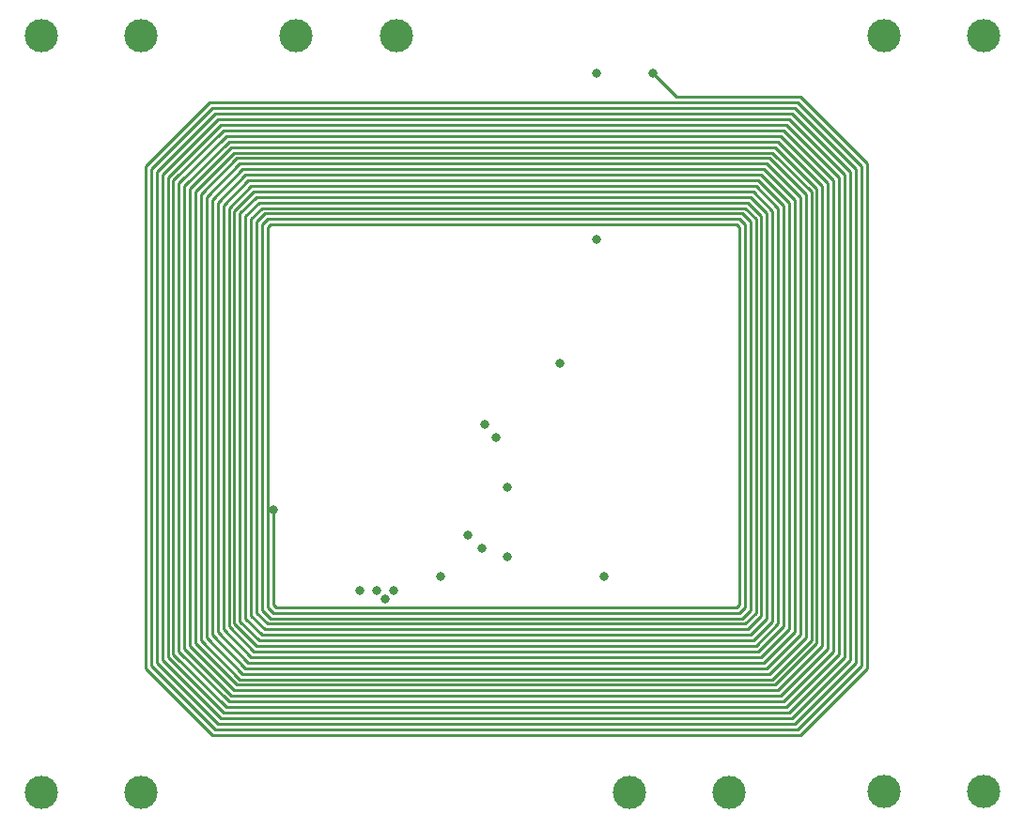
<source format=gbr>
%TF.GenerationSoftware,KiCad,Pcbnew,(5.1.10)-1*%
%TF.CreationDate,2022-05-08T17:14:08-07:00*%
%TF.ProjectId,solar-panel-side-Z,736f6c61-722d-4706-916e-656c2d736964,1.0*%
%TF.SameCoordinates,Original*%
%TF.FileFunction,Copper,L2,Inr*%
%TF.FilePolarity,Positive*%
%FSLAX46Y46*%
G04 Gerber Fmt 4.6, Leading zero omitted, Abs format (unit mm)*
G04 Created by KiCad (PCBNEW (5.1.10)-1) date 2022-05-08 17:14:08*
%MOMM*%
%LPD*%
G01*
G04 APERTURE LIST*
%TA.AperFunction,ComponentPad*%
%ADD10C,3.000000*%
%TD*%
%TA.AperFunction,ViaPad*%
%ADD11C,0.800000*%
%TD*%
%TA.AperFunction,Conductor*%
%ADD12C,0.250000*%
%TD*%
G04 APERTURE END LIST*
D10*
%TO.N,Net-(SC5-Pad2)*%
%TO.C,SC5*%
X191952000Y-51008000D03*
%TO.N,Net-(D3-Pad2)*%
X182952000Y-51008000D03*
%TD*%
%TO.N,Net-(SC3-Pad2)*%
%TO.C,SC4*%
X169000000Y-119250000D03*
%TO.N,GND*%
X160000000Y-119250000D03*
%TD*%
%TO.N,Net-(SC5-Pad2)*%
%TO.C,SC6*%
X191952000Y-119172000D03*
%TO.N,GND*%
X182952000Y-119172000D03*
%TD*%
%TO.N,Net-(D2-Pad2)*%
%TO.C,SC3*%
X130000000Y-51000000D03*
%TO.N,Net-(SC3-Pad2)*%
X139000000Y-51000000D03*
%TD*%
%TO.N,GND*%
%TO.C,SC2*%
X107006000Y-119250000D03*
%TO.N,Net-(SC1-Pad2)*%
X116006000Y-119250000D03*
%TD*%
%TO.N,Net-(SC1-Pad2)*%
%TO.C,SC1*%
X116006000Y-51008000D03*
%TO.N,Net-(D1-Pad2)*%
X107006000Y-51008000D03*
%TD*%
D11*
%TO.N,GND*%
X138000000Y-101750000D03*
X157110000Y-69390000D03*
X153750000Y-80500000D03*
%TO.N,+3V3*%
X138750000Y-101000000D03*
X149000000Y-97950010D03*
X149000000Y-91750000D03*
%TO.N,VSOLAR*%
X157750000Y-99750000D03*
X143000000Y-99750000D03*
%TO.N,SDA*%
X135750000Y-101000000D03*
X145500000Y-96000000D03*
X147000000Y-86000000D03*
%TO.N,SCL*%
X146750000Y-97250000D03*
X137250000Y-101000000D03*
X148000000Y-87250000D03*
%TO.N,Net-(U2-Pad6)*%
X162110000Y-54352000D03*
X157030000Y-54352000D03*
X127924000Y-93782000D03*
%TD*%
D12*
%TO.N,Net-(U2-Pad6)*%
X127424000Y-68282000D02*
X127674000Y-68032000D01*
X171924000Y-67282000D02*
X171924000Y-103282000D01*
X127424000Y-67532000D02*
X169924000Y-67532000D01*
X127674000Y-103532000D02*
X126924000Y-102782000D01*
X170424000Y-66532000D02*
X171424000Y-67532000D01*
X118424000Y-63782000D02*
X123174000Y-59032000D01*
X169674000Y-102532000D02*
X128174000Y-102532000D01*
X123924000Y-66532000D02*
X125924000Y-64532000D01*
X169674000Y-102532000D02*
X169924000Y-102282000D01*
X125424000Y-108032000D02*
X122424000Y-105032000D01*
X119424000Y-64282000D02*
X123674000Y-60032000D01*
X127924000Y-102282000D02*
X128174000Y-102532000D01*
X127674000Y-68032000D02*
X169674000Y-68032000D01*
X170174000Y-67032000D02*
X170924000Y-67782000D01*
X179424000Y-63532000D02*
X179424000Y-107032000D01*
X127424000Y-102532000D02*
X127424000Y-68282000D01*
X169924000Y-68282000D02*
X169924000Y-102282000D01*
X170924000Y-105032000D02*
X126924000Y-105032000D01*
X126424000Y-103032000D02*
X126424000Y-67782000D01*
X169674000Y-68032000D02*
X169924000Y-68282000D01*
X124424000Y-66782000D02*
X126174000Y-65032000D01*
X170174000Y-103532000D02*
X127674000Y-103532000D01*
X170924000Y-102782000D02*
X170174000Y-103532000D01*
X125924000Y-67532000D02*
X126924000Y-66532000D01*
X171424000Y-103032000D02*
X170424000Y-104032000D01*
X125424000Y-67282000D02*
X126674000Y-66032000D01*
X126674000Y-66032000D02*
X170674000Y-66032000D01*
X124924000Y-67032000D02*
X126424000Y-65532000D01*
X127174000Y-67032000D02*
X170174000Y-67032000D01*
X126174000Y-106532000D02*
X123924000Y-104282000D01*
X125424000Y-103532000D02*
X125424000Y-67282000D01*
X169924000Y-103032000D02*
X127924000Y-103032000D01*
X180924000Y-107782000D02*
X175174000Y-113532000D01*
X170924000Y-67782000D02*
X170924000Y-102782000D01*
X170424000Y-68032000D02*
X170424000Y-102532000D01*
X170424000Y-102532000D02*
X169924000Y-103032000D01*
X171424000Y-67532000D02*
X171424000Y-103032000D01*
X174424000Y-112032000D02*
X123424000Y-112032000D01*
X126424000Y-67782000D02*
X127174000Y-67032000D01*
X169924000Y-67532000D02*
X170424000Y-68032000D01*
X173924000Y-111032000D02*
X123924000Y-111032000D01*
X174924000Y-57532000D02*
X180424000Y-63032000D01*
X126424000Y-65532000D02*
X170924000Y-65532000D01*
X126924000Y-102782000D02*
X126924000Y-68032000D01*
X126924000Y-68032000D02*
X127424000Y-67532000D01*
X127924000Y-103032000D02*
X127424000Y-102532000D01*
X171924000Y-103282000D02*
X170674000Y-104532000D01*
X127424000Y-104032000D02*
X126424000Y-103032000D01*
X175174000Y-57032000D02*
X180924000Y-62782000D01*
X170424000Y-104032000D02*
X127424000Y-104032000D01*
X173174000Y-109532000D02*
X124674000Y-109532000D01*
X172424000Y-103532000D02*
X170924000Y-105032000D01*
X122424000Y-105032000D02*
X122424000Y-65782000D01*
X123424000Y-59532000D02*
X173924000Y-59532000D01*
X126674000Y-105532000D02*
X124924000Y-103782000D01*
X171174000Y-65032000D02*
X172924000Y-66782000D01*
X178424000Y-106532000D02*
X173924000Y-111032000D01*
X119924000Y-106282000D02*
X119924000Y-64532000D01*
X171174000Y-105532000D02*
X126674000Y-105532000D01*
X123674000Y-111532000D02*
X118924000Y-106782000D01*
X171924000Y-107032000D02*
X125924000Y-107032000D01*
X125424000Y-63532000D02*
X171924000Y-63532000D01*
X122424000Y-65782000D02*
X125174000Y-63032000D01*
X123424000Y-104532000D02*
X123424000Y-66282000D01*
X171924000Y-63532000D02*
X174424000Y-66032000D01*
X170924000Y-65532000D02*
X172424000Y-67032000D01*
X178424000Y-64032000D02*
X178424000Y-106532000D01*
X124174000Y-110532000D02*
X119924000Y-106282000D01*
X119924000Y-64532000D02*
X123924000Y-60532000D01*
X126424000Y-106032000D02*
X124424000Y-104032000D01*
X173924000Y-59532000D02*
X178424000Y-64032000D01*
X117924000Y-63532000D02*
X122924000Y-58532000D01*
X173424000Y-66532000D02*
X173424000Y-104032000D01*
X118924000Y-106782000D02*
X118924000Y-64032000D01*
X123174000Y-59032000D02*
X174174000Y-59032000D01*
X180424000Y-63032000D02*
X180424000Y-107532000D01*
X174174000Y-111532000D02*
X123674000Y-111532000D01*
X178924000Y-63782000D02*
X178924000Y-106782000D01*
X172424000Y-67032000D02*
X172424000Y-103532000D01*
X123924000Y-111032000D02*
X119424000Y-106532000D01*
X174424000Y-58532000D02*
X179424000Y-63532000D01*
X170674000Y-104532000D02*
X127174000Y-104532000D01*
X126174000Y-65032000D02*
X171174000Y-65032000D01*
X122924000Y-58532000D02*
X174424000Y-58532000D01*
X117924000Y-107282000D02*
X117924000Y-63532000D01*
X171424000Y-106032000D02*
X126424000Y-106032000D01*
X172924000Y-66782000D02*
X172924000Y-103782000D01*
X126924000Y-105032000D02*
X125424000Y-103532000D01*
X123174000Y-112532000D02*
X117924000Y-107282000D01*
X179424000Y-107032000D02*
X174424000Y-112032000D01*
X122424000Y-114032000D02*
X116424000Y-108032000D01*
X181424000Y-108032000D02*
X175424000Y-114032000D01*
X174924000Y-113032000D02*
X122924000Y-113032000D01*
X173424000Y-104032000D02*
X171424000Y-106032000D01*
X125924000Y-103282000D02*
X125924000Y-67532000D01*
X124924000Y-103782000D02*
X124924000Y-67032000D01*
X123924000Y-104282000D02*
X123924000Y-66532000D01*
X118424000Y-107032000D02*
X118424000Y-63782000D01*
X174674000Y-112532000D02*
X123174000Y-112532000D01*
X172424000Y-108032000D02*
X125424000Y-108032000D01*
X117424000Y-107532000D02*
X117424000Y-63282000D01*
X122424000Y-57532000D02*
X174924000Y-57532000D01*
X174174000Y-59032000D02*
X178924000Y-63782000D01*
X173924000Y-104282000D02*
X171674000Y-106532000D01*
X127174000Y-104532000D02*
X125924000Y-103282000D01*
X172924000Y-103782000D02*
X171174000Y-105532000D01*
X178924000Y-106782000D02*
X174174000Y-111532000D01*
X180924000Y-62782000D02*
X180924000Y-107782000D01*
X173674000Y-110532000D02*
X124174000Y-110532000D01*
X125924000Y-64532000D02*
X171424000Y-64532000D01*
X123674000Y-60032000D02*
X173674000Y-60032000D01*
X118924000Y-64032000D02*
X123424000Y-59532000D01*
X170674000Y-66032000D02*
X171924000Y-67282000D01*
X177924000Y-64282000D02*
X177924000Y-106282000D01*
X125674000Y-64032000D02*
X171674000Y-64032000D01*
X122924000Y-66032000D02*
X125424000Y-63532000D01*
X124174000Y-61032000D02*
X173174000Y-61032000D01*
X116924000Y-107782000D02*
X116924000Y-63032000D01*
X175424000Y-56532000D02*
X181424000Y-62532000D01*
X120424000Y-64782000D02*
X124174000Y-61032000D01*
X125674000Y-107532000D02*
X122924000Y-104782000D01*
X122674000Y-58032000D02*
X174674000Y-58032000D01*
X122924000Y-113032000D02*
X117424000Y-107532000D01*
X173424000Y-60532000D02*
X177424000Y-64532000D01*
X175424000Y-105032000D02*
X172424000Y-108032000D01*
X172924000Y-109032000D02*
X124924000Y-109032000D01*
X124924000Y-62532000D02*
X172424000Y-62532000D01*
X177424000Y-64532000D02*
X177424000Y-106032000D01*
X174924000Y-104782000D02*
X172174000Y-107532000D01*
X172174000Y-63032000D02*
X174924000Y-65782000D01*
X174424000Y-66032000D02*
X174424000Y-104532000D01*
X122674000Y-113532000D02*
X116924000Y-107782000D01*
X175424000Y-65532000D02*
X175424000Y-105032000D01*
X121424000Y-105532000D02*
X121424000Y-65282000D01*
X171674000Y-64032000D02*
X173924000Y-66282000D01*
X173174000Y-61032000D02*
X176924000Y-64782000D01*
X175174000Y-113532000D02*
X122674000Y-113532000D01*
X180424000Y-107532000D02*
X174924000Y-113032000D01*
X172174000Y-107532000D02*
X125674000Y-107532000D01*
X175924000Y-105282000D02*
X172674000Y-108532000D01*
X172924000Y-61532000D02*
X176424000Y-65032000D01*
X172424000Y-62532000D02*
X175424000Y-65532000D01*
X173674000Y-60032000D02*
X177924000Y-64282000D01*
X121424000Y-65282000D02*
X124674000Y-62032000D01*
X119424000Y-106532000D02*
X119424000Y-64282000D01*
X124424000Y-104032000D02*
X124424000Y-66782000D01*
X179924000Y-63282000D02*
X179924000Y-107282000D01*
X171674000Y-106532000D02*
X126174000Y-106532000D01*
X174424000Y-104532000D02*
X171924000Y-107032000D01*
X116924000Y-63032000D02*
X122424000Y-57532000D01*
X123424000Y-66282000D02*
X125674000Y-64032000D01*
X175924000Y-65282000D02*
X175924000Y-105282000D01*
X122174000Y-57032000D02*
X175174000Y-57032000D01*
X124424000Y-61532000D02*
X172924000Y-61532000D01*
X174674000Y-58032000D02*
X179924000Y-63282000D01*
X173424000Y-110032000D02*
X124424000Y-110032000D01*
X176424000Y-105532000D02*
X172924000Y-109032000D01*
X171424000Y-64532000D02*
X173424000Y-66532000D01*
X120424000Y-106032000D02*
X120424000Y-64782000D01*
X120924000Y-105782000D02*
X120924000Y-65032000D01*
X176924000Y-105782000D02*
X173174000Y-109532000D01*
X116424000Y-62782000D02*
X122174000Y-57032000D01*
X121924000Y-65532000D02*
X124924000Y-62532000D01*
X177424000Y-106032000D02*
X173424000Y-110032000D01*
X125924000Y-107032000D02*
X123424000Y-104532000D01*
X121924000Y-105282000D02*
X121924000Y-65532000D01*
X116424000Y-108032000D02*
X116424000Y-62782000D01*
X123424000Y-112032000D02*
X118424000Y-107032000D01*
X177924000Y-106282000D02*
X173674000Y-110532000D01*
X176924000Y-64782000D02*
X176924000Y-105782000D01*
X124674000Y-109532000D02*
X120924000Y-105782000D01*
X124924000Y-109032000D02*
X121424000Y-105532000D01*
X181424000Y-62532000D02*
X181424000Y-108032000D01*
X124424000Y-110032000D02*
X120424000Y-106032000D01*
X120924000Y-65032000D02*
X124424000Y-61532000D01*
X172674000Y-62032000D02*
X175924000Y-65282000D01*
X172674000Y-108532000D02*
X125174000Y-108532000D01*
X126924000Y-66532000D02*
X170424000Y-66532000D01*
X179924000Y-107282000D02*
X174674000Y-112532000D01*
X124674000Y-62032000D02*
X172674000Y-62032000D01*
X175424000Y-114032000D02*
X122424000Y-114032000D01*
X125174000Y-63032000D02*
X172174000Y-63032000D01*
X123924000Y-60532000D02*
X173424000Y-60532000D01*
X117424000Y-63282000D02*
X122674000Y-58032000D01*
X176424000Y-65032000D02*
X176424000Y-105532000D01*
X174924000Y-65782000D02*
X174924000Y-104782000D01*
X173924000Y-66282000D02*
X173924000Y-104282000D01*
X122924000Y-104782000D02*
X122924000Y-66032000D01*
X127924000Y-102282000D02*
X127924000Y-93782000D01*
X125174000Y-108532000D02*
X121924000Y-105282000D01*
X164290000Y-56532000D02*
X162110000Y-54352000D01*
X166576000Y-56532000D02*
X164798000Y-56532000D01*
X175424000Y-56532000D02*
X166576000Y-56532000D01*
X166576000Y-56532000D02*
X164290000Y-56532000D01*
%TD*%
M02*

</source>
